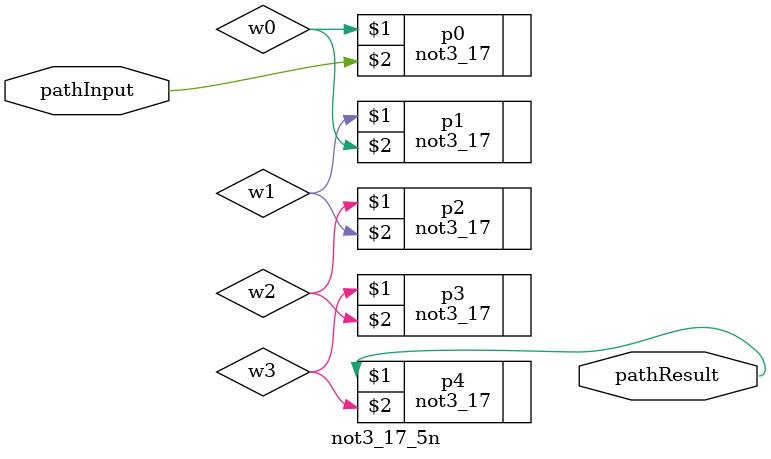
<source format=v>
module not3_17_5n(pathResult, pathInput);
input pathInput;
output pathResult;

(* keep = 1 *) wire w0, w1, w2, w3;

not3_17 p0(w0, pathInput);
not3_17 p1(w1, w0);
not3_17 p2(w2, w1);
not3_17 p3(w3, w2);
not3_17 p4(pathResult, w3);

endmodule

</source>
